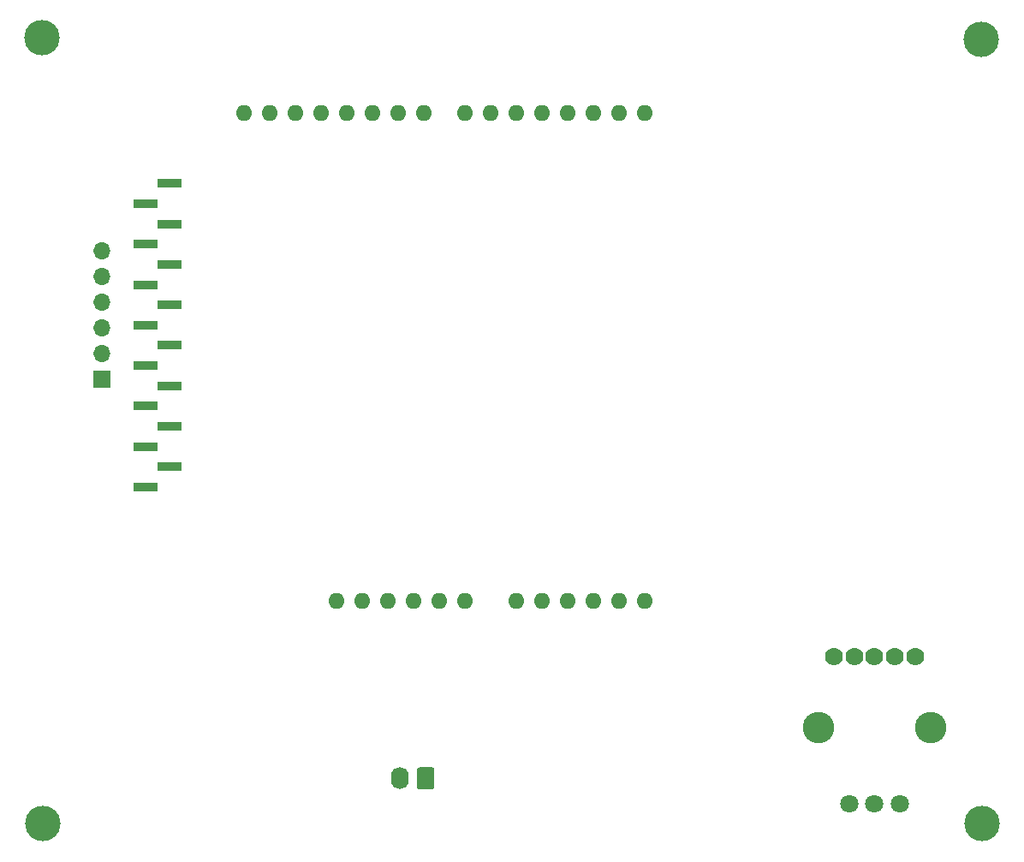
<source format=gbr>
%TF.GenerationSoftware,KiCad,Pcbnew,(5.1.7)-1*%
%TF.CreationDate,2021-01-04T12:01:46+01:00*%
%TF.ProjectId,EZ-PY32,455a2d50-5933-4322-9e6b-696361645f70,rev?*%
%TF.SameCoordinates,Original*%
%TF.FileFunction,Soldermask,Bot*%
%TF.FilePolarity,Negative*%
%FSLAX46Y46*%
G04 Gerber Fmt 4.6, Leading zero omitted, Abs format (unit mm)*
G04 Created by KiCad (PCBNEW (5.1.7)-1) date 2021-01-04 12:01:46*
%MOMM*%
%LPD*%
G01*
G04 APERTURE LIST*
%ADD10O,1.600000X1.600000*%
%ADD11C,1.800000*%
%ADD12C,1.778000*%
%ADD13C,3.116000*%
%ADD14O,1.740000X2.190000*%
%ADD15R,1.700000X1.700000*%
%ADD16O,1.700000X1.700000*%
%ADD17R,2.350000X0.850000*%
%ADD18C,3.500000*%
G04 APERTURE END LIST*
D10*
%TO.C,U4*%
X90490860Y-112218880D03*
X115890860Y-63958880D03*
X105730860Y-63958880D03*
X81350860Y-63958880D03*
X83890860Y-63958880D03*
X88970860Y-63958880D03*
X85410860Y-112218880D03*
X95570860Y-112218880D03*
X98110860Y-112218880D03*
X105730860Y-112218880D03*
X113350860Y-112218880D03*
X91510860Y-63958880D03*
X115890860Y-112218880D03*
X76270860Y-63958880D03*
X94050860Y-63958880D03*
X108270860Y-63958880D03*
X103190860Y-112218880D03*
X110810860Y-63958880D03*
X87950860Y-112218880D03*
X93030860Y-112218880D03*
X78810860Y-63958880D03*
X86430860Y-63958880D03*
X103190860Y-63958880D03*
X100650860Y-63958880D03*
X108270860Y-112218880D03*
X113350860Y-63958880D03*
X98110860Y-63958880D03*
X110810860Y-112218880D03*
%TD*%
D11*
%TO.C,S1*%
X136120500Y-132214000D03*
X138620500Y-132214000D03*
X141120500Y-132214000D03*
D12*
X138620500Y-117714000D03*
X136620500Y-117714000D03*
D13*
X133070500Y-124714000D03*
X144170500Y-124714000D03*
D12*
X140620500Y-117714000D03*
X134620500Y-117714000D03*
X142620500Y-117714000D03*
%TD*%
%TO.C,J1*%
G36*
G01*
X95107360Y-128899879D02*
X95107360Y-130589881D01*
G75*
G02*
X94857361Y-130839880I-249999J0D01*
G01*
X93617359Y-130839880D01*
G75*
G02*
X93367360Y-130589881I0J249999D01*
G01*
X93367360Y-128899879D01*
G75*
G02*
X93617359Y-128649880I249999J0D01*
G01*
X94857361Y-128649880D01*
G75*
G02*
X95107360Y-128899879I0J-249999D01*
G01*
G37*
D14*
X91697360Y-129744880D03*
%TD*%
D15*
%TO.C,J2*%
X62230000Y-90233500D03*
D16*
X62230000Y-87693500D03*
X62230000Y-85153500D03*
X62230000Y-82613500D03*
X62230000Y-80073500D03*
X62230000Y-77533500D03*
%TD*%
D17*
%TO.C,J3*%
X66551360Y-100912880D03*
X66551360Y-96912880D03*
X66551360Y-92912880D03*
X66551360Y-88912880D03*
X66551360Y-84912880D03*
X66551360Y-80912880D03*
X66551360Y-76912880D03*
X66551360Y-72912880D03*
X68901360Y-98912880D03*
X68901360Y-94912880D03*
X68901360Y-90912880D03*
X68901360Y-86912880D03*
X68901360Y-82912880D03*
X68901360Y-78912880D03*
X68901360Y-74912880D03*
X68901360Y-70912880D03*
%TD*%
D18*
%TO.C,H1*%
X56380360Y-134181880D03*
%TD*%
%TO.C,H2*%
X56305360Y-56506880D03*
%TD*%
%TO.C,H3*%
X149230360Y-134231880D03*
%TD*%
%TO.C,H4*%
X149155360Y-56656880D03*
%TD*%
M02*

</source>
